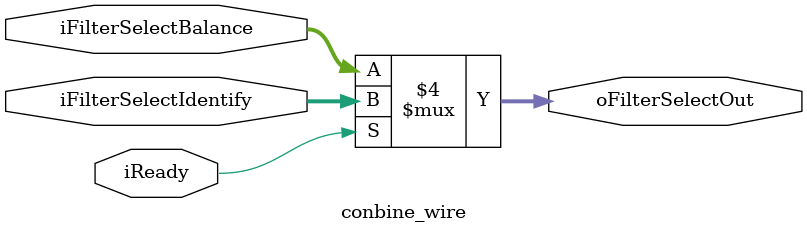
<source format=v>
`timescale 1ns / 1ps


module conbine_wire(
	input iReady,
	input [1:0]iFilterSelectBalance,
	input [1:0]iFilterSelectIdentify,
	output  reg [1:0] oFilterSelectOut
);
	always@(*)
	begin
		if(!iReady)
		begin
			oFilterSelectOut = iFilterSelectBalance;       
		end
		else
		begin
			oFilterSelectOut = iFilterSelectIdentify;       
		end
	end
	
	
endmodule

</source>
